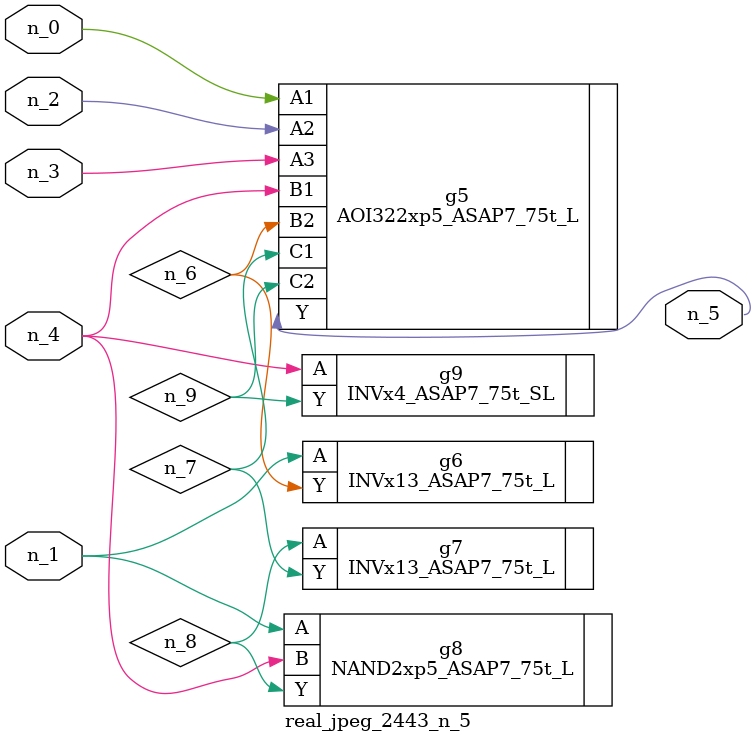
<source format=v>
module real_jpeg_2443_n_5 (n_4, n_0, n_1, n_2, n_3, n_5);

input n_4;
input n_0;
input n_1;
input n_2;
input n_3;

output n_5;

wire n_8;
wire n_6;
wire n_7;
wire n_9;

AOI322xp5_ASAP7_75t_L g5 ( 
.A1(n_0),
.A2(n_2),
.A3(n_3),
.B1(n_4),
.B2(n_6),
.C1(n_7),
.C2(n_9),
.Y(n_5)
);

INVx13_ASAP7_75t_L g6 ( 
.A(n_1),
.Y(n_6)
);

NAND2xp5_ASAP7_75t_L g8 ( 
.A(n_1),
.B(n_4),
.Y(n_8)
);

INVx4_ASAP7_75t_SL g9 ( 
.A(n_4),
.Y(n_9)
);

INVx13_ASAP7_75t_L g7 ( 
.A(n_8),
.Y(n_7)
);


endmodule
</source>
